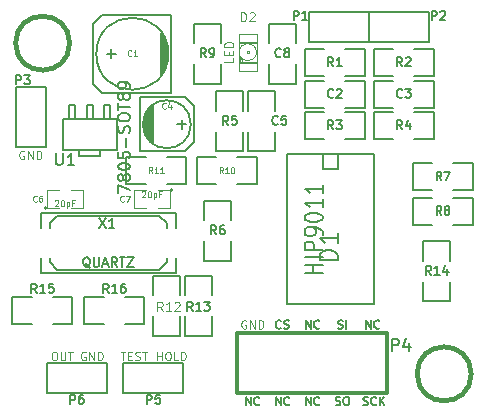
<source format=gto>
G04 (created by PCBNEW (2013-07-07 BZR 4022)-stable) date 16/12/2013 13:18:01*
%MOIN*%
G04 Gerber Fmt 3.4, Leading zero omitted, Abs format*
%FSLAX34Y34*%
G01*
G70*
G90*
G04 APERTURE LIST*
%ADD10C,0.00393701*%
%ADD11C,0.00688976*%
%ADD12C,0.00492126*%
%ADD13C,0.005*%
%ADD14C,0.0039*%
%ADD15C,0.00590551*%
%ADD16C,0.006*%
%ADD17C,0.0026*%
%ADD18C,0.004*%
%ADD19C,0.012*%
%ADD20C,0.015*%
%ADD21C,0.0079*%
%ADD22C,0.0043*%
%ADD23C,0.0035*%
%ADD24C,0.0047*%
%ADD25C,0.008*%
%ADD26C,0.01*%
G04 APERTURE END LIST*
G54D10*
G54D11*
X34333Y-21511D02*
X34333Y-21235D01*
X34490Y-21511D01*
X34490Y-21235D01*
X34779Y-21485D02*
X34766Y-21498D01*
X34727Y-21511D01*
X34700Y-21511D01*
X34661Y-21498D01*
X34635Y-21472D01*
X34622Y-21445D01*
X34609Y-21393D01*
X34609Y-21354D01*
X34622Y-21301D01*
X34635Y-21275D01*
X34661Y-21249D01*
X34700Y-21235D01*
X34727Y-21235D01*
X34766Y-21249D01*
X34779Y-21262D01*
X35333Y-21511D02*
X35333Y-21235D01*
X35490Y-21511D01*
X35490Y-21235D01*
X35779Y-21485D02*
X35766Y-21498D01*
X35727Y-21511D01*
X35700Y-21511D01*
X35661Y-21498D01*
X35635Y-21472D01*
X35622Y-21445D01*
X35609Y-21393D01*
X35609Y-21354D01*
X35622Y-21301D01*
X35635Y-21275D01*
X35661Y-21249D01*
X35700Y-21235D01*
X35727Y-21235D01*
X35766Y-21249D01*
X35779Y-21262D01*
X36333Y-21511D02*
X36333Y-21235D01*
X36490Y-21511D01*
X36490Y-21235D01*
X36779Y-21485D02*
X36766Y-21498D01*
X36727Y-21511D01*
X36700Y-21511D01*
X36661Y-21498D01*
X36635Y-21472D01*
X36622Y-21445D01*
X36609Y-21393D01*
X36609Y-21354D01*
X36622Y-21301D01*
X36635Y-21275D01*
X36661Y-21249D01*
X36700Y-21235D01*
X36727Y-21235D01*
X36766Y-21249D01*
X36779Y-21262D01*
X38333Y-18961D02*
X38333Y-18685D01*
X38490Y-18961D01*
X38490Y-18685D01*
X38779Y-18935D02*
X38766Y-18948D01*
X38727Y-18961D01*
X38700Y-18961D01*
X38661Y-18948D01*
X38635Y-18922D01*
X38622Y-18895D01*
X38609Y-18843D01*
X38609Y-18804D01*
X38622Y-18751D01*
X38635Y-18725D01*
X38661Y-18699D01*
X38700Y-18685D01*
X38727Y-18685D01*
X38766Y-18699D01*
X38779Y-18712D01*
X36333Y-18961D02*
X36333Y-18685D01*
X36490Y-18961D01*
X36490Y-18685D01*
X36779Y-18935D02*
X36766Y-18948D01*
X36727Y-18961D01*
X36700Y-18961D01*
X36661Y-18948D01*
X36635Y-18922D01*
X36622Y-18895D01*
X36609Y-18843D01*
X36609Y-18804D01*
X36622Y-18751D01*
X36635Y-18725D01*
X36661Y-18699D01*
X36700Y-18685D01*
X36727Y-18685D01*
X36766Y-18699D01*
X36779Y-18712D01*
G54D12*
X26940Y-13049D02*
X26913Y-13035D01*
X26874Y-13035D01*
X26835Y-13049D01*
X26808Y-13075D01*
X26795Y-13101D01*
X26782Y-13154D01*
X26782Y-13193D01*
X26795Y-13245D01*
X26808Y-13272D01*
X26835Y-13298D01*
X26874Y-13311D01*
X26900Y-13311D01*
X26940Y-13298D01*
X26953Y-13285D01*
X26953Y-13193D01*
X26900Y-13193D01*
X27071Y-13311D02*
X27071Y-13035D01*
X27228Y-13311D01*
X27228Y-13035D01*
X27359Y-13311D02*
X27359Y-13035D01*
X27425Y-13035D01*
X27464Y-13049D01*
X27491Y-13075D01*
X27504Y-13101D01*
X27517Y-13154D01*
X27517Y-13193D01*
X27504Y-13245D01*
X27491Y-13272D01*
X27464Y-13298D01*
X27425Y-13311D01*
X27359Y-13311D01*
X27924Y-19735D02*
X27976Y-19735D01*
X28003Y-19749D01*
X28029Y-19775D01*
X28042Y-19827D01*
X28042Y-19919D01*
X28029Y-19972D01*
X28003Y-19998D01*
X27976Y-20011D01*
X27924Y-20011D01*
X27898Y-19998D01*
X27871Y-19972D01*
X27858Y-19919D01*
X27858Y-19827D01*
X27871Y-19775D01*
X27898Y-19749D01*
X27924Y-19735D01*
X28160Y-19735D02*
X28160Y-19959D01*
X28173Y-19985D01*
X28186Y-19998D01*
X28213Y-20011D01*
X28265Y-20011D01*
X28291Y-19998D01*
X28304Y-19985D01*
X28318Y-19959D01*
X28318Y-19735D01*
X28409Y-19735D02*
X28567Y-19735D01*
X28488Y-20011D02*
X28488Y-19735D01*
X31377Y-20011D02*
X31377Y-19735D01*
X31377Y-19867D02*
X31535Y-19867D01*
X31535Y-20011D02*
X31535Y-19735D01*
X31718Y-19735D02*
X31771Y-19735D01*
X31797Y-19749D01*
X31823Y-19775D01*
X31836Y-19827D01*
X31836Y-19919D01*
X31823Y-19972D01*
X31797Y-19998D01*
X31771Y-20011D01*
X31718Y-20011D01*
X31692Y-19998D01*
X31666Y-19972D01*
X31653Y-19919D01*
X31653Y-19827D01*
X31666Y-19775D01*
X31692Y-19749D01*
X31718Y-19735D01*
X32086Y-20011D02*
X31954Y-20011D01*
X31954Y-19735D01*
X32178Y-20011D02*
X32178Y-19735D01*
X32243Y-19735D01*
X32283Y-19749D01*
X32309Y-19775D01*
X32322Y-19801D01*
X32335Y-19854D01*
X32335Y-19893D01*
X32322Y-19945D01*
X32309Y-19972D01*
X32283Y-19998D01*
X32243Y-20011D01*
X32178Y-20011D01*
X30160Y-19735D02*
X30317Y-19735D01*
X30239Y-20011D02*
X30239Y-19735D01*
X30409Y-19867D02*
X30501Y-19867D01*
X30540Y-20011D02*
X30409Y-20011D01*
X30409Y-19735D01*
X30540Y-19735D01*
X30645Y-19998D02*
X30685Y-20011D01*
X30750Y-20011D01*
X30777Y-19998D01*
X30790Y-19985D01*
X30803Y-19959D01*
X30803Y-19932D01*
X30790Y-19906D01*
X30777Y-19893D01*
X30750Y-19880D01*
X30698Y-19867D01*
X30672Y-19854D01*
X30659Y-19840D01*
X30645Y-19814D01*
X30645Y-19788D01*
X30659Y-19762D01*
X30672Y-19749D01*
X30698Y-19735D01*
X30764Y-19735D01*
X30803Y-19749D01*
X30882Y-19735D02*
X31039Y-19735D01*
X30960Y-20011D02*
X30960Y-19735D01*
X28990Y-19749D02*
X28963Y-19735D01*
X28924Y-19735D01*
X28885Y-19749D01*
X28858Y-19775D01*
X28845Y-19801D01*
X28832Y-19854D01*
X28832Y-19893D01*
X28845Y-19945D01*
X28858Y-19972D01*
X28885Y-19998D01*
X28924Y-20011D01*
X28950Y-20011D01*
X28990Y-19998D01*
X29003Y-19985D01*
X29003Y-19893D01*
X28950Y-19893D01*
X29121Y-20011D02*
X29121Y-19735D01*
X29278Y-20011D01*
X29278Y-19735D01*
X29409Y-20011D02*
X29409Y-19735D01*
X29475Y-19735D01*
X29514Y-19749D01*
X29541Y-19775D01*
X29554Y-19801D01*
X29567Y-19854D01*
X29567Y-19893D01*
X29554Y-19945D01*
X29541Y-19972D01*
X29514Y-19998D01*
X29475Y-20011D01*
X29409Y-20011D01*
G54D11*
X38245Y-21498D02*
X38285Y-21511D01*
X38350Y-21511D01*
X38376Y-21498D01*
X38390Y-21485D01*
X38403Y-21459D01*
X38403Y-21432D01*
X38390Y-21406D01*
X38376Y-21393D01*
X38350Y-21380D01*
X38298Y-21367D01*
X38271Y-21354D01*
X38258Y-21340D01*
X38245Y-21314D01*
X38245Y-21288D01*
X38258Y-21262D01*
X38271Y-21249D01*
X38298Y-21235D01*
X38363Y-21235D01*
X38403Y-21249D01*
X38678Y-21485D02*
X38665Y-21498D01*
X38626Y-21511D01*
X38600Y-21511D01*
X38560Y-21498D01*
X38534Y-21472D01*
X38521Y-21445D01*
X38508Y-21393D01*
X38508Y-21354D01*
X38521Y-21301D01*
X38534Y-21275D01*
X38560Y-21249D01*
X38600Y-21235D01*
X38626Y-21235D01*
X38665Y-21249D01*
X38678Y-21262D01*
X38796Y-21511D02*
X38796Y-21235D01*
X38954Y-21511D02*
X38836Y-21354D01*
X38954Y-21235D02*
X38796Y-21393D01*
X37326Y-21498D02*
X37366Y-21511D01*
X37431Y-21511D01*
X37458Y-21498D01*
X37471Y-21485D01*
X37484Y-21459D01*
X37484Y-21432D01*
X37471Y-21406D01*
X37458Y-21393D01*
X37431Y-21380D01*
X37379Y-21367D01*
X37353Y-21354D01*
X37340Y-21340D01*
X37326Y-21314D01*
X37326Y-21288D01*
X37340Y-21262D01*
X37353Y-21249D01*
X37379Y-21235D01*
X37445Y-21235D01*
X37484Y-21249D01*
X37654Y-21235D02*
X37707Y-21235D01*
X37733Y-21249D01*
X37759Y-21275D01*
X37773Y-21327D01*
X37773Y-21419D01*
X37759Y-21472D01*
X37733Y-21498D01*
X37707Y-21511D01*
X37654Y-21511D01*
X37628Y-21498D01*
X37602Y-21472D01*
X37589Y-21419D01*
X37589Y-21327D01*
X37602Y-21275D01*
X37628Y-21249D01*
X37654Y-21235D01*
X37405Y-18948D02*
X37445Y-18961D01*
X37510Y-18961D01*
X37536Y-18948D01*
X37550Y-18935D01*
X37563Y-18909D01*
X37563Y-18882D01*
X37550Y-18856D01*
X37536Y-18843D01*
X37510Y-18830D01*
X37458Y-18817D01*
X37431Y-18804D01*
X37418Y-18790D01*
X37405Y-18764D01*
X37405Y-18738D01*
X37418Y-18712D01*
X37431Y-18699D01*
X37458Y-18685D01*
X37523Y-18685D01*
X37563Y-18699D01*
X37681Y-18961D02*
X37681Y-18685D01*
X35504Y-18935D02*
X35490Y-18948D01*
X35451Y-18961D01*
X35425Y-18961D01*
X35385Y-18948D01*
X35359Y-18922D01*
X35346Y-18895D01*
X35333Y-18843D01*
X35333Y-18804D01*
X35346Y-18751D01*
X35359Y-18725D01*
X35385Y-18699D01*
X35425Y-18685D01*
X35451Y-18685D01*
X35490Y-18699D01*
X35504Y-18712D01*
X35609Y-18948D02*
X35648Y-18961D01*
X35714Y-18961D01*
X35740Y-18948D01*
X35753Y-18935D01*
X35766Y-18909D01*
X35766Y-18882D01*
X35753Y-18856D01*
X35740Y-18843D01*
X35714Y-18830D01*
X35661Y-18817D01*
X35635Y-18804D01*
X35622Y-18790D01*
X35609Y-18764D01*
X35609Y-18738D01*
X35622Y-18712D01*
X35635Y-18699D01*
X35661Y-18685D01*
X35727Y-18685D01*
X35766Y-18699D01*
G54D12*
X34340Y-18699D02*
X34313Y-18685D01*
X34274Y-18685D01*
X34235Y-18699D01*
X34208Y-18725D01*
X34195Y-18751D01*
X34182Y-18804D01*
X34182Y-18843D01*
X34195Y-18895D01*
X34208Y-18922D01*
X34235Y-18948D01*
X34274Y-18961D01*
X34300Y-18961D01*
X34340Y-18948D01*
X34353Y-18935D01*
X34353Y-18843D01*
X34300Y-18843D01*
X34471Y-18961D02*
X34471Y-18685D01*
X34628Y-18961D01*
X34628Y-18685D01*
X34759Y-18961D02*
X34759Y-18685D01*
X34825Y-18685D01*
X34864Y-18699D01*
X34891Y-18725D01*
X34904Y-18751D01*
X34917Y-18804D01*
X34917Y-18843D01*
X34904Y-18895D01*
X34891Y-18922D01*
X34864Y-18948D01*
X34825Y-18961D01*
X34759Y-18961D01*
G54D13*
X28643Y-11514D02*
X28443Y-11514D01*
X28443Y-11514D02*
X28443Y-11984D01*
X28643Y-11514D02*
X28643Y-11984D01*
X29233Y-11514D02*
X29233Y-11984D01*
X29033Y-11514D02*
X29033Y-11984D01*
X29233Y-11514D02*
X29033Y-11514D01*
X29823Y-11514D02*
X29623Y-11514D01*
X29623Y-11514D02*
X29623Y-11984D01*
X29823Y-11514D02*
X29823Y-11984D01*
X29488Y-13209D02*
X28778Y-13209D01*
X28778Y-13209D02*
X28778Y-13014D01*
X29488Y-13209D02*
X29488Y-13014D01*
X30038Y-11984D02*
X30038Y-13014D01*
X30038Y-13014D02*
X28228Y-13014D01*
X28228Y-13014D02*
X28228Y-11984D01*
X28228Y-11984D02*
X30038Y-11984D01*
X41150Y-16050D02*
X40250Y-16050D01*
X40250Y-16050D02*
X40250Y-16700D01*
X41150Y-17400D02*
X41150Y-18050D01*
X41150Y-18050D02*
X40250Y-18050D01*
X40250Y-18050D02*
X40250Y-17400D01*
X41150Y-16700D02*
X41150Y-16050D01*
X32150Y-17200D02*
X31250Y-17200D01*
X31250Y-17200D02*
X31250Y-17850D01*
X32150Y-18550D02*
X32150Y-19200D01*
X32150Y-19200D02*
X31250Y-19200D01*
X31250Y-19200D02*
X31250Y-18550D01*
X32150Y-17850D02*
X32150Y-17200D01*
X30350Y-13250D02*
X30350Y-14150D01*
X30350Y-14150D02*
X31000Y-14150D01*
X31700Y-13250D02*
X32350Y-13250D01*
X32350Y-13250D02*
X32350Y-14150D01*
X32350Y-14150D02*
X31700Y-14150D01*
X31000Y-13250D02*
X30350Y-13250D01*
X32700Y-13250D02*
X32700Y-14150D01*
X32700Y-14150D02*
X33350Y-14150D01*
X34050Y-13250D02*
X34700Y-13250D01*
X34700Y-13250D02*
X34700Y-14150D01*
X34700Y-14150D02*
X34050Y-14150D01*
X33350Y-13250D02*
X32700Y-13250D01*
X33500Y-8800D02*
X32600Y-8800D01*
X32600Y-8800D02*
X32600Y-9450D01*
X33500Y-10150D02*
X33500Y-10800D01*
X33500Y-10800D02*
X32600Y-10800D01*
X32600Y-10800D02*
X32600Y-10150D01*
X33500Y-9450D02*
X33500Y-8800D01*
X33200Y-17200D02*
X32300Y-17200D01*
X32300Y-17200D02*
X32300Y-17850D01*
X33200Y-18550D02*
X33200Y-19200D01*
X33200Y-19200D02*
X32300Y-19200D01*
X32300Y-19200D02*
X32300Y-18550D01*
X33200Y-17850D02*
X33200Y-17200D01*
X34250Y-11050D02*
X33350Y-11050D01*
X33350Y-11050D02*
X33350Y-11700D01*
X34250Y-12400D02*
X34250Y-13050D01*
X34250Y-13050D02*
X33350Y-13050D01*
X33350Y-13050D02*
X33350Y-12400D01*
X34250Y-11700D02*
X34250Y-11050D01*
X35100Y-10800D02*
X36000Y-10800D01*
X36000Y-10800D02*
X36000Y-10150D01*
X35100Y-9450D02*
X35100Y-8800D01*
X35100Y-8800D02*
X36000Y-8800D01*
X36000Y-8800D02*
X36000Y-9450D01*
X35100Y-10150D02*
X35100Y-10800D01*
X32950Y-16700D02*
X33850Y-16700D01*
X33850Y-16700D02*
X33850Y-16050D01*
X32950Y-15350D02*
X32950Y-14700D01*
X32950Y-14700D02*
X33850Y-14700D01*
X33850Y-14700D02*
X33850Y-15350D01*
X32950Y-16050D02*
X32950Y-16700D01*
X34400Y-13050D02*
X35300Y-13050D01*
X35300Y-13050D02*
X35300Y-12400D01*
X34400Y-11700D02*
X34400Y-11050D01*
X34400Y-11050D02*
X35300Y-11050D01*
X35300Y-11050D02*
X35300Y-11700D01*
X34400Y-12400D02*
X34400Y-13050D01*
X39900Y-14600D02*
X39900Y-15500D01*
X39900Y-15500D02*
X40550Y-15500D01*
X41250Y-14600D02*
X41900Y-14600D01*
X41900Y-14600D02*
X41900Y-15500D01*
X41900Y-15500D02*
X41250Y-15500D01*
X40550Y-14600D02*
X39900Y-14600D01*
X39900Y-13450D02*
X39900Y-14350D01*
X39900Y-14350D02*
X40550Y-14350D01*
X41250Y-13450D02*
X41900Y-13450D01*
X41900Y-13450D02*
X41900Y-14350D01*
X41900Y-14350D02*
X41250Y-14350D01*
X40550Y-13450D02*
X39900Y-13450D01*
X38600Y-11750D02*
X38600Y-12650D01*
X38600Y-12650D02*
X39250Y-12650D01*
X39950Y-11750D02*
X40600Y-11750D01*
X40600Y-11750D02*
X40600Y-12650D01*
X40600Y-12650D02*
X39950Y-12650D01*
X39250Y-11750D02*
X38600Y-11750D01*
X36300Y-11750D02*
X36300Y-12650D01*
X36300Y-12650D02*
X36950Y-12650D01*
X37650Y-11750D02*
X38300Y-11750D01*
X38300Y-11750D02*
X38300Y-12650D01*
X38300Y-12650D02*
X37650Y-12650D01*
X36950Y-11750D02*
X36300Y-11750D01*
X40600Y-11600D02*
X40600Y-10700D01*
X40600Y-10700D02*
X39950Y-10700D01*
X39250Y-11600D02*
X38600Y-11600D01*
X38600Y-11600D02*
X38600Y-10700D01*
X38600Y-10700D02*
X39250Y-10700D01*
X39950Y-11600D02*
X40600Y-11600D01*
X40600Y-10550D02*
X40600Y-9650D01*
X40600Y-9650D02*
X39950Y-9650D01*
X39250Y-10550D02*
X38600Y-10550D01*
X38600Y-10550D02*
X38600Y-9650D01*
X38600Y-9650D02*
X39250Y-9650D01*
X39950Y-10550D02*
X40600Y-10550D01*
X38300Y-10550D02*
X38300Y-9650D01*
X38300Y-9650D02*
X37650Y-9650D01*
X36950Y-10550D02*
X36300Y-10550D01*
X36300Y-10550D02*
X36300Y-9650D01*
X36300Y-9650D02*
X36950Y-9650D01*
X37650Y-10550D02*
X38300Y-10550D01*
X38300Y-11600D02*
X38300Y-10700D01*
X38300Y-10700D02*
X37650Y-10700D01*
X36950Y-11600D02*
X36300Y-11600D01*
X36300Y-11600D02*
X36300Y-10700D01*
X36300Y-10700D02*
X36950Y-10700D01*
X37650Y-11600D02*
X38300Y-11600D01*
G54D14*
X27700Y-14950D02*
G75*
G03X27700Y-14950I-50J0D01*
G74*
G01*
X28100Y-14950D02*
X27700Y-14950D01*
X27700Y-14950D02*
X27700Y-14350D01*
X27700Y-14350D02*
X28100Y-14350D01*
X28500Y-14350D02*
X28900Y-14350D01*
X28900Y-14350D02*
X28900Y-14950D01*
X28900Y-14950D02*
X28500Y-14950D01*
X31900Y-14350D02*
G75*
G03X31900Y-14350I-50J0D01*
G74*
G01*
X31400Y-14350D02*
X31800Y-14350D01*
X31800Y-14350D02*
X31800Y-14950D01*
X31800Y-14950D02*
X31400Y-14950D01*
X31000Y-14950D02*
X30600Y-14950D01*
X30600Y-14950D02*
X30600Y-14350D01*
X30600Y-14350D02*
X31000Y-14350D01*
G54D15*
X27800Y-15450D02*
X27800Y-15600D01*
X27800Y-16750D02*
X27800Y-16600D01*
X31700Y-16750D02*
X31700Y-16600D01*
X31700Y-15450D02*
X31700Y-15600D01*
X32000Y-15100D02*
X32000Y-15600D01*
X32000Y-17100D02*
X32000Y-16600D01*
X27500Y-17100D02*
X27500Y-16600D01*
X27500Y-15100D02*
X27500Y-15600D01*
X27800Y-16750D02*
X28050Y-17000D01*
X28050Y-17000D02*
X31450Y-17000D01*
X31450Y-17000D02*
X31700Y-16750D01*
X31700Y-15450D02*
X31450Y-15200D01*
X31450Y-15200D02*
X28050Y-15200D01*
X28050Y-15200D02*
X27800Y-15450D01*
X32000Y-17100D02*
X27500Y-17100D01*
X27500Y-15100D02*
X32000Y-15100D01*
G54D16*
X38450Y-9400D02*
X38450Y-8400D01*
X38450Y-8400D02*
X40450Y-8400D01*
X40450Y-8400D02*
X40450Y-9400D01*
X40450Y-9400D02*
X38450Y-9400D01*
X36450Y-9400D02*
X36450Y-8400D01*
X36450Y-8400D02*
X38450Y-8400D01*
X38450Y-8400D02*
X38450Y-9400D01*
X38450Y-9400D02*
X36450Y-9400D01*
X27665Y-12917D02*
X26665Y-12917D01*
X26665Y-12917D02*
X26665Y-10917D01*
X26665Y-10917D02*
X27665Y-10917D01*
X27665Y-10917D02*
X27665Y-12917D01*
G54D17*
X34361Y-9711D02*
X34361Y-9789D01*
X34361Y-9789D02*
X34439Y-9789D01*
X34439Y-9711D02*
X34439Y-9789D01*
X34361Y-9711D02*
X34439Y-9711D01*
X34125Y-9927D02*
X34125Y-10064D01*
X34125Y-10064D02*
X34223Y-10064D01*
X34223Y-9927D02*
X34223Y-10064D01*
X34125Y-9927D02*
X34223Y-9927D01*
X34125Y-10064D02*
X34125Y-10104D01*
X34125Y-10104D02*
X34596Y-10104D01*
X34596Y-10064D02*
X34596Y-10104D01*
X34125Y-10064D02*
X34596Y-10064D01*
X34616Y-10064D02*
X34616Y-10104D01*
X34616Y-10104D02*
X34675Y-10104D01*
X34675Y-10064D02*
X34675Y-10104D01*
X34616Y-10064D02*
X34675Y-10064D01*
X34125Y-9396D02*
X34125Y-9436D01*
X34125Y-9436D02*
X34596Y-9436D01*
X34596Y-9396D02*
X34596Y-9436D01*
X34125Y-9396D02*
X34596Y-9396D01*
X34616Y-9396D02*
X34616Y-9436D01*
X34616Y-9436D02*
X34675Y-9436D01*
X34675Y-9396D02*
X34675Y-9436D01*
X34616Y-9396D02*
X34675Y-9396D01*
X34125Y-9927D02*
X34125Y-9986D01*
X34125Y-9986D02*
X34223Y-9986D01*
X34223Y-9927D02*
X34223Y-9986D01*
X34125Y-9927D02*
X34223Y-9927D01*
G54D18*
X34105Y-10360D02*
X34105Y-9140D01*
X34105Y-9140D02*
X34695Y-9140D01*
X34695Y-9140D02*
X34695Y-10360D01*
X34695Y-10360D02*
X34105Y-10360D01*
X34203Y-9534D02*
G75*
G03X34204Y-9966I196J-215D01*
G74*
G01*
X34596Y-9534D02*
G75*
G03X34204Y-9533I-196J-215D01*
G74*
G01*
X34596Y-9965D02*
G75*
G03X34595Y-9533I-196J215D01*
G74*
G01*
X34203Y-9965D02*
G75*
G03X34595Y-9966I196J215D01*
G74*
G01*
G54D13*
X31700Y-10100D02*
X31700Y-9500D01*
X31650Y-9350D02*
X31650Y-10250D01*
X31600Y-10350D02*
X31600Y-9250D01*
X31550Y-9150D02*
X31550Y-10450D01*
X31500Y-10500D02*
X31500Y-9100D01*
X31750Y-9800D02*
G75*
G03X31750Y-9800I-1200J0D01*
G74*
G01*
X31850Y-11100D02*
X31850Y-8500D01*
X31850Y-8500D02*
X29550Y-8500D01*
X29550Y-8500D02*
X29250Y-8800D01*
X29250Y-8800D02*
X29250Y-10800D01*
X29250Y-10800D02*
X29550Y-11100D01*
X29550Y-11100D02*
X31850Y-11100D01*
X29700Y-9800D02*
X30000Y-9800D01*
X29850Y-9950D02*
X29850Y-9650D01*
X32350Y-12150D02*
X32050Y-12150D01*
X32200Y-12000D02*
X32200Y-12300D01*
X32300Y-13050D02*
X30800Y-13050D01*
X32600Y-11550D02*
X32600Y-12750D01*
X32300Y-13050D02*
X32600Y-12750D01*
X32300Y-11250D02*
X30800Y-11250D01*
X32300Y-11250D02*
X32600Y-11550D01*
X30900Y-12200D02*
X30900Y-12100D01*
X30950Y-11900D02*
X30950Y-12400D01*
X31000Y-12500D02*
X31000Y-11800D01*
X31050Y-12600D02*
X31050Y-11700D01*
X31100Y-11650D02*
X31100Y-12650D01*
X31150Y-12700D02*
X31150Y-11600D01*
X31200Y-11550D02*
X31200Y-12750D01*
X31250Y-11500D02*
X31250Y-12800D01*
X32500Y-12150D02*
G75*
G03X32500Y-12150I-800J0D01*
G74*
G01*
X30800Y-11250D02*
X30800Y-13050D01*
X26550Y-17900D02*
X26550Y-18800D01*
X26550Y-18800D02*
X27200Y-18800D01*
X27900Y-17900D02*
X28550Y-17900D01*
X28550Y-17900D02*
X28550Y-18800D01*
X28550Y-18800D02*
X27900Y-18800D01*
X27200Y-17900D02*
X26550Y-17900D01*
X28950Y-17900D02*
X28950Y-18800D01*
X28950Y-18800D02*
X29600Y-18800D01*
X30300Y-17900D02*
X30950Y-17900D01*
X30950Y-17900D02*
X30950Y-18800D01*
X30950Y-18800D02*
X30300Y-18800D01*
X29600Y-17900D02*
X28950Y-17900D01*
X35700Y-18150D02*
X38600Y-18150D01*
X38600Y-13150D02*
X35700Y-13150D01*
X35700Y-18150D02*
X35700Y-13150D01*
X38600Y-13150D02*
X38600Y-18150D01*
X37400Y-13150D02*
X37400Y-13650D01*
X37400Y-13650D02*
X36900Y-13650D01*
X36900Y-13650D02*
X36900Y-13150D01*
G54D19*
X34050Y-19100D02*
X39050Y-19100D01*
X39050Y-19100D02*
X39050Y-21100D01*
X39050Y-21100D02*
X34050Y-21100D01*
X34050Y-21100D02*
X34050Y-19100D01*
G54D16*
X30250Y-21100D02*
X30250Y-20100D01*
X30250Y-20100D02*
X32250Y-20100D01*
X32250Y-20100D02*
X32250Y-21100D01*
X32250Y-21100D02*
X30250Y-21100D01*
X29700Y-20100D02*
X29700Y-21100D01*
X29700Y-21100D02*
X27700Y-21100D01*
X27700Y-21100D02*
X27700Y-20100D01*
X27700Y-20100D02*
X29700Y-20100D01*
G54D20*
X41844Y-20472D02*
G75*
G03X41844Y-20472I-900J0D01*
G74*
G01*
X28459Y-9448D02*
G75*
G03X28459Y-9448I-900J0D01*
G74*
G01*
G54D21*
X27999Y-13115D02*
X27999Y-13434D01*
X28018Y-13471D01*
X28037Y-13490D01*
X28074Y-13509D01*
X28149Y-13509D01*
X28187Y-13490D01*
X28206Y-13471D01*
X28224Y-13434D01*
X28224Y-13115D01*
X28618Y-13509D02*
X28393Y-13509D01*
X28506Y-13509D02*
X28506Y-13115D01*
X28468Y-13171D01*
X28431Y-13209D01*
X28393Y-13228D01*
X30080Y-14436D02*
X30080Y-14173D01*
X30474Y-14342D01*
X30249Y-13967D02*
X30230Y-14004D01*
X30211Y-14023D01*
X30174Y-14042D01*
X30155Y-14042D01*
X30117Y-14023D01*
X30099Y-14004D01*
X30080Y-13967D01*
X30080Y-13892D01*
X30099Y-13854D01*
X30117Y-13835D01*
X30155Y-13817D01*
X30174Y-13817D01*
X30211Y-13835D01*
X30230Y-13854D01*
X30249Y-13892D01*
X30249Y-13967D01*
X30267Y-14004D01*
X30286Y-14023D01*
X30324Y-14042D01*
X30399Y-14042D01*
X30436Y-14023D01*
X30455Y-14004D01*
X30474Y-13967D01*
X30474Y-13892D01*
X30455Y-13854D01*
X30436Y-13835D01*
X30399Y-13817D01*
X30324Y-13817D01*
X30286Y-13835D01*
X30267Y-13854D01*
X30249Y-13892D01*
X30080Y-13573D02*
X30080Y-13535D01*
X30099Y-13498D01*
X30117Y-13479D01*
X30155Y-13460D01*
X30230Y-13441D01*
X30324Y-13441D01*
X30399Y-13460D01*
X30436Y-13479D01*
X30455Y-13498D01*
X30474Y-13535D01*
X30474Y-13573D01*
X30455Y-13610D01*
X30436Y-13629D01*
X30399Y-13648D01*
X30324Y-13666D01*
X30230Y-13666D01*
X30155Y-13648D01*
X30117Y-13629D01*
X30099Y-13610D01*
X30080Y-13573D01*
X30080Y-13085D02*
X30080Y-13272D01*
X30267Y-13291D01*
X30249Y-13272D01*
X30230Y-13235D01*
X30230Y-13141D01*
X30249Y-13104D01*
X30267Y-13085D01*
X30305Y-13066D01*
X30399Y-13066D01*
X30436Y-13085D01*
X30455Y-13104D01*
X30474Y-13141D01*
X30474Y-13235D01*
X30455Y-13272D01*
X30436Y-13291D01*
X30324Y-12897D02*
X30324Y-12597D01*
X30455Y-12428D02*
X30474Y-12372D01*
X30474Y-12278D01*
X30455Y-12241D01*
X30436Y-12222D01*
X30399Y-12203D01*
X30361Y-12203D01*
X30324Y-12222D01*
X30305Y-12241D01*
X30286Y-12278D01*
X30267Y-12353D01*
X30249Y-12391D01*
X30230Y-12409D01*
X30192Y-12428D01*
X30155Y-12428D01*
X30117Y-12409D01*
X30099Y-12391D01*
X30080Y-12353D01*
X30080Y-12259D01*
X30099Y-12203D01*
X30080Y-11959D02*
X30080Y-11884D01*
X30099Y-11847D01*
X30136Y-11809D01*
X30211Y-11790D01*
X30343Y-11790D01*
X30418Y-11809D01*
X30455Y-11847D01*
X30474Y-11884D01*
X30474Y-11959D01*
X30455Y-11997D01*
X30418Y-12034D01*
X30343Y-12053D01*
X30211Y-12053D01*
X30136Y-12034D01*
X30099Y-11997D01*
X30080Y-11959D01*
X30080Y-11678D02*
X30080Y-11453D01*
X30474Y-11565D02*
X30080Y-11565D01*
X30249Y-11265D02*
X30230Y-11302D01*
X30211Y-11321D01*
X30174Y-11340D01*
X30155Y-11340D01*
X30117Y-11321D01*
X30099Y-11302D01*
X30080Y-11265D01*
X30080Y-11190D01*
X30099Y-11152D01*
X30117Y-11134D01*
X30155Y-11115D01*
X30174Y-11115D01*
X30211Y-11134D01*
X30230Y-11152D01*
X30249Y-11190D01*
X30249Y-11265D01*
X30267Y-11302D01*
X30286Y-11321D01*
X30324Y-11340D01*
X30399Y-11340D01*
X30436Y-11321D01*
X30455Y-11302D01*
X30474Y-11265D01*
X30474Y-11190D01*
X30455Y-11152D01*
X30436Y-11134D01*
X30399Y-11115D01*
X30324Y-11115D01*
X30286Y-11134D01*
X30267Y-11152D01*
X30249Y-11190D01*
X30474Y-10927D02*
X30474Y-10852D01*
X30455Y-10815D01*
X30436Y-10796D01*
X30380Y-10758D01*
X30305Y-10740D01*
X30155Y-10740D01*
X30117Y-10758D01*
X30099Y-10777D01*
X30080Y-10815D01*
X30080Y-10890D01*
X30099Y-10927D01*
X30117Y-10946D01*
X30155Y-10965D01*
X30249Y-10965D01*
X30286Y-10946D01*
X30305Y-10927D01*
X30324Y-10890D01*
X30324Y-10815D01*
X30305Y-10777D01*
X30286Y-10758D01*
X30249Y-10740D01*
G54D13*
X40507Y-17171D02*
X40407Y-17028D01*
X40335Y-17171D02*
X40335Y-16871D01*
X40450Y-16871D01*
X40478Y-16885D01*
X40492Y-16900D01*
X40507Y-16928D01*
X40507Y-16971D01*
X40492Y-17000D01*
X40478Y-17014D01*
X40450Y-17028D01*
X40335Y-17028D01*
X40792Y-17171D02*
X40621Y-17171D01*
X40707Y-17171D02*
X40707Y-16871D01*
X40678Y-16914D01*
X40650Y-16942D01*
X40621Y-16957D01*
X41050Y-16971D02*
X41050Y-17171D01*
X40978Y-16857D02*
X40907Y-17071D01*
X41092Y-17071D01*
G54D12*
X31557Y-18371D02*
X31457Y-18228D01*
X31385Y-18371D02*
X31385Y-18071D01*
X31500Y-18071D01*
X31528Y-18085D01*
X31542Y-18100D01*
X31557Y-18128D01*
X31557Y-18171D01*
X31542Y-18200D01*
X31528Y-18214D01*
X31500Y-18228D01*
X31385Y-18228D01*
X31842Y-18371D02*
X31671Y-18371D01*
X31757Y-18371D02*
X31757Y-18071D01*
X31728Y-18114D01*
X31700Y-18142D01*
X31671Y-18157D01*
X31957Y-18100D02*
X31971Y-18085D01*
X32000Y-18071D01*
X32071Y-18071D01*
X32100Y-18085D01*
X32114Y-18100D01*
X32128Y-18128D01*
X32128Y-18157D01*
X32114Y-18200D01*
X31942Y-18371D01*
X32128Y-18371D01*
X31223Y-13779D02*
X31157Y-13685D01*
X31110Y-13779D02*
X31110Y-13582D01*
X31185Y-13582D01*
X31204Y-13592D01*
X31214Y-13601D01*
X31223Y-13620D01*
X31223Y-13648D01*
X31214Y-13667D01*
X31204Y-13676D01*
X31185Y-13685D01*
X31110Y-13685D01*
X31410Y-13779D02*
X31298Y-13779D01*
X31354Y-13779D02*
X31354Y-13582D01*
X31335Y-13610D01*
X31317Y-13629D01*
X31298Y-13639D01*
X31598Y-13779D02*
X31485Y-13779D01*
X31542Y-13779D02*
X31542Y-13582D01*
X31523Y-13610D01*
X31504Y-13629D01*
X31485Y-13639D01*
X33573Y-13779D02*
X33507Y-13685D01*
X33460Y-13779D02*
X33460Y-13582D01*
X33535Y-13582D01*
X33554Y-13592D01*
X33564Y-13601D01*
X33573Y-13620D01*
X33573Y-13648D01*
X33564Y-13667D01*
X33554Y-13676D01*
X33535Y-13685D01*
X33460Y-13685D01*
X33760Y-13779D02*
X33648Y-13779D01*
X33704Y-13779D02*
X33704Y-13582D01*
X33685Y-13610D01*
X33667Y-13629D01*
X33648Y-13639D01*
X33882Y-13582D02*
X33901Y-13582D01*
X33920Y-13592D01*
X33929Y-13601D01*
X33939Y-13620D01*
X33948Y-13657D01*
X33948Y-13704D01*
X33939Y-13742D01*
X33929Y-13760D01*
X33920Y-13770D01*
X33901Y-13779D01*
X33882Y-13779D01*
X33864Y-13770D01*
X33854Y-13760D01*
X33845Y-13742D01*
X33835Y-13704D01*
X33835Y-13657D01*
X33845Y-13620D01*
X33854Y-13601D01*
X33864Y-13592D01*
X33882Y-13582D01*
G54D13*
X33000Y-9921D02*
X32900Y-9778D01*
X32828Y-9921D02*
X32828Y-9621D01*
X32942Y-9621D01*
X32971Y-9635D01*
X32985Y-9650D01*
X33000Y-9678D01*
X33000Y-9721D01*
X32985Y-9750D01*
X32971Y-9764D01*
X32942Y-9778D01*
X32828Y-9778D01*
X33142Y-9921D02*
X33200Y-9921D01*
X33228Y-9907D01*
X33242Y-9892D01*
X33271Y-9850D01*
X33285Y-9792D01*
X33285Y-9678D01*
X33271Y-9650D01*
X33257Y-9635D01*
X33228Y-9621D01*
X33171Y-9621D01*
X33142Y-9635D01*
X33128Y-9650D01*
X33114Y-9678D01*
X33114Y-9750D01*
X33128Y-9778D01*
X33142Y-9792D01*
X33171Y-9807D01*
X33228Y-9807D01*
X33257Y-9792D01*
X33271Y-9778D01*
X33285Y-9750D01*
X32557Y-18371D02*
X32457Y-18228D01*
X32385Y-18371D02*
X32385Y-18071D01*
X32500Y-18071D01*
X32528Y-18085D01*
X32542Y-18100D01*
X32557Y-18128D01*
X32557Y-18171D01*
X32542Y-18200D01*
X32528Y-18214D01*
X32500Y-18228D01*
X32385Y-18228D01*
X32842Y-18371D02*
X32671Y-18371D01*
X32757Y-18371D02*
X32757Y-18071D01*
X32728Y-18114D01*
X32700Y-18142D01*
X32671Y-18157D01*
X32942Y-18071D02*
X33128Y-18071D01*
X33028Y-18185D01*
X33071Y-18185D01*
X33100Y-18200D01*
X33114Y-18214D01*
X33128Y-18242D01*
X33128Y-18314D01*
X33114Y-18342D01*
X33100Y-18357D01*
X33071Y-18371D01*
X32985Y-18371D01*
X32957Y-18357D01*
X32942Y-18342D01*
X33750Y-12171D02*
X33650Y-12028D01*
X33578Y-12171D02*
X33578Y-11871D01*
X33692Y-11871D01*
X33721Y-11885D01*
X33735Y-11900D01*
X33750Y-11928D01*
X33750Y-11971D01*
X33735Y-12000D01*
X33721Y-12014D01*
X33692Y-12028D01*
X33578Y-12028D01*
X34021Y-11871D02*
X33878Y-11871D01*
X33864Y-12014D01*
X33878Y-12000D01*
X33907Y-11985D01*
X33978Y-11985D01*
X34007Y-12000D01*
X34021Y-12014D01*
X34035Y-12042D01*
X34035Y-12114D01*
X34021Y-12142D01*
X34007Y-12157D01*
X33978Y-12171D01*
X33907Y-12171D01*
X33878Y-12157D01*
X33864Y-12142D01*
X35500Y-9892D02*
X35485Y-9907D01*
X35442Y-9921D01*
X35414Y-9921D01*
X35371Y-9907D01*
X35342Y-9878D01*
X35328Y-9850D01*
X35314Y-9792D01*
X35314Y-9750D01*
X35328Y-9692D01*
X35342Y-9664D01*
X35371Y-9635D01*
X35414Y-9621D01*
X35442Y-9621D01*
X35485Y-9635D01*
X35500Y-9650D01*
X35671Y-9750D02*
X35642Y-9735D01*
X35628Y-9721D01*
X35614Y-9692D01*
X35614Y-9678D01*
X35628Y-9650D01*
X35642Y-9635D01*
X35671Y-9621D01*
X35728Y-9621D01*
X35757Y-9635D01*
X35771Y-9650D01*
X35785Y-9678D01*
X35785Y-9692D01*
X35771Y-9721D01*
X35757Y-9735D01*
X35728Y-9750D01*
X35671Y-9750D01*
X35642Y-9764D01*
X35628Y-9778D01*
X35614Y-9807D01*
X35614Y-9864D01*
X35628Y-9892D01*
X35642Y-9907D01*
X35671Y-9921D01*
X35728Y-9921D01*
X35757Y-9907D01*
X35771Y-9892D01*
X35785Y-9864D01*
X35785Y-9807D01*
X35771Y-9778D01*
X35757Y-9764D01*
X35728Y-9750D01*
X33350Y-15821D02*
X33250Y-15678D01*
X33178Y-15821D02*
X33178Y-15521D01*
X33292Y-15521D01*
X33321Y-15535D01*
X33335Y-15550D01*
X33350Y-15578D01*
X33350Y-15621D01*
X33335Y-15650D01*
X33321Y-15664D01*
X33292Y-15678D01*
X33178Y-15678D01*
X33607Y-15521D02*
X33550Y-15521D01*
X33521Y-15535D01*
X33507Y-15550D01*
X33478Y-15592D01*
X33464Y-15650D01*
X33464Y-15764D01*
X33478Y-15792D01*
X33492Y-15807D01*
X33521Y-15821D01*
X33578Y-15821D01*
X33607Y-15807D01*
X33621Y-15792D01*
X33635Y-15764D01*
X33635Y-15692D01*
X33621Y-15664D01*
X33607Y-15650D01*
X33578Y-15635D01*
X33521Y-15635D01*
X33492Y-15650D01*
X33478Y-15664D01*
X33464Y-15692D01*
X35400Y-12142D02*
X35385Y-12157D01*
X35342Y-12171D01*
X35314Y-12171D01*
X35271Y-12157D01*
X35242Y-12128D01*
X35228Y-12100D01*
X35214Y-12042D01*
X35214Y-12000D01*
X35228Y-11942D01*
X35242Y-11914D01*
X35271Y-11885D01*
X35314Y-11871D01*
X35342Y-11871D01*
X35385Y-11885D01*
X35400Y-11900D01*
X35671Y-11871D02*
X35528Y-11871D01*
X35514Y-12014D01*
X35528Y-12000D01*
X35557Y-11985D01*
X35628Y-11985D01*
X35657Y-12000D01*
X35671Y-12014D01*
X35685Y-12042D01*
X35685Y-12114D01*
X35671Y-12142D01*
X35657Y-12157D01*
X35628Y-12171D01*
X35557Y-12171D01*
X35528Y-12157D01*
X35514Y-12142D01*
X40854Y-15161D02*
X40762Y-15030D01*
X40696Y-15161D02*
X40696Y-14885D01*
X40801Y-14885D01*
X40827Y-14899D01*
X40840Y-14912D01*
X40854Y-14938D01*
X40854Y-14977D01*
X40840Y-15004D01*
X40827Y-15017D01*
X40801Y-15030D01*
X40696Y-15030D01*
X41011Y-15004D02*
X40985Y-14990D01*
X40972Y-14977D01*
X40959Y-14951D01*
X40959Y-14938D01*
X40972Y-14912D01*
X40985Y-14899D01*
X41011Y-14885D01*
X41064Y-14885D01*
X41090Y-14899D01*
X41103Y-14912D01*
X41116Y-14938D01*
X41116Y-14951D01*
X41103Y-14977D01*
X41090Y-14990D01*
X41064Y-15004D01*
X41011Y-15004D01*
X40985Y-15017D01*
X40972Y-15030D01*
X40959Y-15056D01*
X40959Y-15109D01*
X40972Y-15135D01*
X40985Y-15148D01*
X41011Y-15161D01*
X41064Y-15161D01*
X41090Y-15148D01*
X41103Y-15135D01*
X41116Y-15109D01*
X41116Y-15056D01*
X41103Y-15030D01*
X41090Y-15017D01*
X41064Y-15004D01*
X40854Y-14011D02*
X40762Y-13880D01*
X40696Y-14011D02*
X40696Y-13735D01*
X40801Y-13735D01*
X40827Y-13749D01*
X40840Y-13762D01*
X40854Y-13788D01*
X40854Y-13827D01*
X40840Y-13854D01*
X40827Y-13867D01*
X40801Y-13880D01*
X40696Y-13880D01*
X40945Y-13735D02*
X41129Y-13735D01*
X41011Y-14011D01*
X39550Y-12321D02*
X39450Y-12178D01*
X39378Y-12321D02*
X39378Y-12021D01*
X39492Y-12021D01*
X39521Y-12035D01*
X39535Y-12050D01*
X39550Y-12078D01*
X39550Y-12121D01*
X39535Y-12150D01*
X39521Y-12164D01*
X39492Y-12178D01*
X39378Y-12178D01*
X39807Y-12121D02*
X39807Y-12321D01*
X39735Y-12007D02*
X39664Y-12221D01*
X39850Y-12221D01*
X37250Y-12321D02*
X37150Y-12178D01*
X37078Y-12321D02*
X37078Y-12021D01*
X37192Y-12021D01*
X37221Y-12035D01*
X37235Y-12050D01*
X37250Y-12078D01*
X37250Y-12121D01*
X37235Y-12150D01*
X37221Y-12164D01*
X37192Y-12178D01*
X37078Y-12178D01*
X37350Y-12021D02*
X37535Y-12021D01*
X37435Y-12135D01*
X37478Y-12135D01*
X37507Y-12150D01*
X37521Y-12164D01*
X37535Y-12192D01*
X37535Y-12264D01*
X37521Y-12292D01*
X37507Y-12307D01*
X37478Y-12321D01*
X37392Y-12321D01*
X37364Y-12307D01*
X37350Y-12292D01*
X39550Y-11242D02*
X39535Y-11257D01*
X39492Y-11271D01*
X39464Y-11271D01*
X39421Y-11257D01*
X39392Y-11228D01*
X39378Y-11200D01*
X39364Y-11142D01*
X39364Y-11100D01*
X39378Y-11042D01*
X39392Y-11014D01*
X39421Y-10985D01*
X39464Y-10971D01*
X39492Y-10971D01*
X39535Y-10985D01*
X39550Y-11000D01*
X39650Y-10971D02*
X39835Y-10971D01*
X39735Y-11085D01*
X39778Y-11085D01*
X39807Y-11100D01*
X39821Y-11114D01*
X39835Y-11142D01*
X39835Y-11214D01*
X39821Y-11242D01*
X39807Y-11257D01*
X39778Y-11271D01*
X39692Y-11271D01*
X39664Y-11257D01*
X39650Y-11242D01*
X39550Y-10221D02*
X39450Y-10078D01*
X39378Y-10221D02*
X39378Y-9921D01*
X39492Y-9921D01*
X39521Y-9935D01*
X39535Y-9950D01*
X39550Y-9978D01*
X39550Y-10021D01*
X39535Y-10050D01*
X39521Y-10064D01*
X39492Y-10078D01*
X39378Y-10078D01*
X39664Y-9950D02*
X39678Y-9935D01*
X39707Y-9921D01*
X39778Y-9921D01*
X39807Y-9935D01*
X39821Y-9950D01*
X39835Y-9978D01*
X39835Y-10007D01*
X39821Y-10050D01*
X39650Y-10221D01*
X39835Y-10221D01*
X37250Y-10221D02*
X37150Y-10078D01*
X37078Y-10221D02*
X37078Y-9921D01*
X37192Y-9921D01*
X37221Y-9935D01*
X37235Y-9950D01*
X37250Y-9978D01*
X37250Y-10021D01*
X37235Y-10050D01*
X37221Y-10064D01*
X37192Y-10078D01*
X37078Y-10078D01*
X37535Y-10221D02*
X37364Y-10221D01*
X37450Y-10221D02*
X37450Y-9921D01*
X37421Y-9964D01*
X37392Y-9992D01*
X37364Y-10007D01*
X37250Y-11242D02*
X37235Y-11257D01*
X37192Y-11271D01*
X37164Y-11271D01*
X37121Y-11257D01*
X37092Y-11228D01*
X37078Y-11200D01*
X37064Y-11142D01*
X37064Y-11100D01*
X37078Y-11042D01*
X37092Y-11014D01*
X37121Y-10985D01*
X37164Y-10971D01*
X37192Y-10971D01*
X37235Y-10985D01*
X37250Y-11000D01*
X37364Y-11000D02*
X37378Y-10985D01*
X37407Y-10971D01*
X37478Y-10971D01*
X37507Y-10985D01*
X37521Y-11000D01*
X37535Y-11028D01*
X37535Y-11057D01*
X37521Y-11100D01*
X37350Y-11271D01*
X37535Y-11271D01*
G54D22*
X27367Y-14710D02*
X27357Y-14720D01*
X27329Y-14729D01*
X27310Y-14729D01*
X27282Y-14720D01*
X27263Y-14701D01*
X27254Y-14682D01*
X27245Y-14645D01*
X27245Y-14617D01*
X27254Y-14579D01*
X27263Y-14560D01*
X27282Y-14542D01*
X27310Y-14532D01*
X27329Y-14532D01*
X27357Y-14542D01*
X27367Y-14551D01*
X27536Y-14532D02*
X27498Y-14532D01*
X27479Y-14542D01*
X27470Y-14551D01*
X27451Y-14579D01*
X27442Y-14617D01*
X27442Y-14692D01*
X27451Y-14710D01*
X27460Y-14720D01*
X27479Y-14729D01*
X27517Y-14729D01*
X27536Y-14720D01*
X27545Y-14710D01*
X27554Y-14692D01*
X27554Y-14645D01*
X27545Y-14626D01*
X27536Y-14617D01*
X27517Y-14607D01*
X27479Y-14607D01*
X27460Y-14617D01*
X27451Y-14626D01*
X27442Y-14645D01*
X27976Y-14701D02*
X27985Y-14692D01*
X28004Y-14682D01*
X28051Y-14682D01*
X28070Y-14692D01*
X28079Y-14701D01*
X28088Y-14720D01*
X28088Y-14739D01*
X28079Y-14767D01*
X27966Y-14879D01*
X28088Y-14879D01*
X28210Y-14682D02*
X28229Y-14682D01*
X28248Y-14692D01*
X28257Y-14701D01*
X28267Y-14720D01*
X28276Y-14757D01*
X28276Y-14804D01*
X28267Y-14842D01*
X28257Y-14860D01*
X28248Y-14870D01*
X28229Y-14879D01*
X28210Y-14879D01*
X28192Y-14870D01*
X28182Y-14860D01*
X28173Y-14842D01*
X28163Y-14804D01*
X28163Y-14757D01*
X28173Y-14720D01*
X28182Y-14701D01*
X28192Y-14692D01*
X28210Y-14682D01*
X28360Y-14748D02*
X28360Y-14945D01*
X28360Y-14757D02*
X28379Y-14748D01*
X28417Y-14748D01*
X28436Y-14757D01*
X28445Y-14767D01*
X28454Y-14785D01*
X28454Y-14842D01*
X28445Y-14860D01*
X28436Y-14870D01*
X28417Y-14879D01*
X28379Y-14879D01*
X28360Y-14870D01*
X28604Y-14776D02*
X28539Y-14776D01*
X28539Y-14879D02*
X28539Y-14682D01*
X28633Y-14682D01*
X30267Y-14710D02*
X30257Y-14720D01*
X30229Y-14729D01*
X30210Y-14729D01*
X30182Y-14720D01*
X30163Y-14701D01*
X30154Y-14682D01*
X30145Y-14645D01*
X30145Y-14617D01*
X30154Y-14579D01*
X30163Y-14560D01*
X30182Y-14542D01*
X30210Y-14532D01*
X30229Y-14532D01*
X30257Y-14542D01*
X30267Y-14551D01*
X30332Y-14532D02*
X30464Y-14532D01*
X30379Y-14729D01*
X30876Y-14401D02*
X30885Y-14392D01*
X30904Y-14382D01*
X30951Y-14382D01*
X30970Y-14392D01*
X30979Y-14401D01*
X30988Y-14420D01*
X30988Y-14439D01*
X30979Y-14467D01*
X30866Y-14579D01*
X30988Y-14579D01*
X31110Y-14382D02*
X31129Y-14382D01*
X31148Y-14392D01*
X31157Y-14401D01*
X31167Y-14420D01*
X31176Y-14457D01*
X31176Y-14504D01*
X31167Y-14542D01*
X31157Y-14560D01*
X31148Y-14570D01*
X31129Y-14579D01*
X31110Y-14579D01*
X31092Y-14570D01*
X31082Y-14560D01*
X31073Y-14542D01*
X31063Y-14504D01*
X31063Y-14457D01*
X31073Y-14420D01*
X31082Y-14401D01*
X31092Y-14392D01*
X31110Y-14382D01*
X31260Y-14448D02*
X31260Y-14645D01*
X31260Y-14457D02*
X31279Y-14448D01*
X31317Y-14448D01*
X31336Y-14457D01*
X31345Y-14467D01*
X31354Y-14485D01*
X31354Y-14542D01*
X31345Y-14560D01*
X31336Y-14570D01*
X31317Y-14579D01*
X31279Y-14579D01*
X31260Y-14570D01*
X31504Y-14476D02*
X31439Y-14476D01*
X31439Y-14579D02*
X31439Y-14382D01*
X31533Y-14382D01*
G54D15*
X29455Y-15282D02*
X29665Y-15597D01*
X29665Y-15282D02*
X29455Y-15597D01*
X29950Y-15597D02*
X29770Y-15597D01*
X29860Y-15597D02*
X29860Y-15282D01*
X29830Y-15327D01*
X29800Y-15357D01*
X29770Y-15372D01*
X29142Y-16926D02*
X29112Y-16911D01*
X29082Y-16881D01*
X29037Y-16836D01*
X29007Y-16821D01*
X28977Y-16821D01*
X28992Y-16896D02*
X28962Y-16881D01*
X28932Y-16851D01*
X28917Y-16791D01*
X28917Y-16686D01*
X28932Y-16626D01*
X28962Y-16596D01*
X28992Y-16581D01*
X29052Y-16581D01*
X29082Y-16596D01*
X29112Y-16626D01*
X29127Y-16686D01*
X29127Y-16791D01*
X29112Y-16851D01*
X29082Y-16881D01*
X29052Y-16896D01*
X28992Y-16896D01*
X29262Y-16581D02*
X29262Y-16836D01*
X29277Y-16866D01*
X29292Y-16881D01*
X29322Y-16896D01*
X29382Y-16896D01*
X29412Y-16881D01*
X29427Y-16866D01*
X29442Y-16836D01*
X29442Y-16581D01*
X29577Y-16806D02*
X29727Y-16806D01*
X29547Y-16896D02*
X29652Y-16581D01*
X29757Y-16896D01*
X30042Y-16896D02*
X29937Y-16746D01*
X29862Y-16896D02*
X29862Y-16581D01*
X29982Y-16581D01*
X30012Y-16596D01*
X30027Y-16611D01*
X30042Y-16641D01*
X30042Y-16686D01*
X30027Y-16716D01*
X30012Y-16731D01*
X29982Y-16746D01*
X29862Y-16746D01*
X30132Y-16581D02*
X30312Y-16581D01*
X30222Y-16896D02*
X30222Y-16581D01*
X30387Y-16581D02*
X30597Y-16581D01*
X30387Y-16896D01*
X30597Y-16896D01*
G54D16*
X40528Y-8671D02*
X40528Y-8371D01*
X40642Y-8371D01*
X40671Y-8385D01*
X40685Y-8400D01*
X40700Y-8428D01*
X40700Y-8471D01*
X40685Y-8500D01*
X40671Y-8514D01*
X40642Y-8528D01*
X40528Y-8528D01*
X40814Y-8400D02*
X40828Y-8385D01*
X40857Y-8371D01*
X40928Y-8371D01*
X40957Y-8385D01*
X40971Y-8400D01*
X40985Y-8428D01*
X40985Y-8457D01*
X40971Y-8500D01*
X40800Y-8671D01*
X40985Y-8671D01*
X35928Y-8671D02*
X35928Y-8371D01*
X36042Y-8371D01*
X36071Y-8385D01*
X36085Y-8400D01*
X36100Y-8428D01*
X36100Y-8471D01*
X36085Y-8500D01*
X36071Y-8514D01*
X36042Y-8528D01*
X35928Y-8528D01*
X36385Y-8671D02*
X36214Y-8671D01*
X36300Y-8671D02*
X36300Y-8371D01*
X36271Y-8414D01*
X36242Y-8442D01*
X36214Y-8457D01*
X26678Y-10821D02*
X26678Y-10521D01*
X26792Y-10521D01*
X26821Y-10535D01*
X26835Y-10550D01*
X26850Y-10578D01*
X26850Y-10621D01*
X26835Y-10650D01*
X26821Y-10664D01*
X26792Y-10678D01*
X26678Y-10678D01*
X26950Y-10521D02*
X27135Y-10521D01*
X27035Y-10635D01*
X27078Y-10635D01*
X27107Y-10650D01*
X27121Y-10664D01*
X27135Y-10692D01*
X27135Y-10764D01*
X27121Y-10792D01*
X27107Y-10807D01*
X27078Y-10821D01*
X26992Y-10821D01*
X26964Y-10807D01*
X26950Y-10792D01*
G54D23*
X34178Y-8721D02*
X34178Y-8421D01*
X34250Y-8421D01*
X34292Y-8435D01*
X34321Y-8464D01*
X34335Y-8492D01*
X34350Y-8550D01*
X34350Y-8592D01*
X34335Y-8650D01*
X34321Y-8678D01*
X34292Y-8707D01*
X34250Y-8721D01*
X34178Y-8721D01*
X34464Y-8450D02*
X34478Y-8435D01*
X34507Y-8421D01*
X34578Y-8421D01*
X34607Y-8435D01*
X34621Y-8450D01*
X34635Y-8478D01*
X34635Y-8507D01*
X34621Y-8550D01*
X34450Y-8721D01*
X34635Y-8721D01*
X33921Y-9942D02*
X33921Y-10085D01*
X33621Y-10085D01*
X33764Y-9842D02*
X33764Y-9742D01*
X33921Y-9700D02*
X33921Y-9842D01*
X33621Y-9842D01*
X33621Y-9700D01*
X33921Y-9571D02*
X33621Y-9571D01*
X33621Y-9500D01*
X33635Y-9457D01*
X33664Y-9428D01*
X33692Y-9414D01*
X33750Y-9400D01*
X33792Y-9400D01*
X33850Y-9414D01*
X33878Y-9428D01*
X33907Y-9457D01*
X33921Y-9500D01*
X33921Y-9571D01*
G54D24*
X30517Y-9860D02*
X30507Y-9870D01*
X30479Y-9879D01*
X30460Y-9879D01*
X30432Y-9870D01*
X30413Y-9851D01*
X30404Y-9832D01*
X30395Y-9795D01*
X30395Y-9767D01*
X30404Y-9729D01*
X30413Y-9710D01*
X30432Y-9692D01*
X30460Y-9682D01*
X30479Y-9682D01*
X30507Y-9692D01*
X30517Y-9701D01*
X30704Y-9879D02*
X30592Y-9879D01*
X30648Y-9879D02*
X30648Y-9682D01*
X30629Y-9710D01*
X30610Y-9729D01*
X30592Y-9739D01*
X31667Y-11610D02*
X31657Y-11620D01*
X31629Y-11629D01*
X31610Y-11629D01*
X31582Y-11620D01*
X31563Y-11601D01*
X31554Y-11582D01*
X31545Y-11545D01*
X31545Y-11517D01*
X31554Y-11479D01*
X31563Y-11460D01*
X31582Y-11442D01*
X31610Y-11432D01*
X31629Y-11432D01*
X31657Y-11442D01*
X31667Y-11451D01*
X31836Y-11498D02*
X31836Y-11629D01*
X31789Y-11423D02*
X31742Y-11564D01*
X31864Y-11564D01*
G54D13*
X27357Y-17771D02*
X27257Y-17628D01*
X27185Y-17771D02*
X27185Y-17471D01*
X27300Y-17471D01*
X27328Y-17485D01*
X27342Y-17500D01*
X27357Y-17528D01*
X27357Y-17571D01*
X27342Y-17600D01*
X27328Y-17614D01*
X27300Y-17628D01*
X27185Y-17628D01*
X27642Y-17771D02*
X27471Y-17771D01*
X27557Y-17771D02*
X27557Y-17471D01*
X27528Y-17514D01*
X27500Y-17542D01*
X27471Y-17557D01*
X27914Y-17471D02*
X27771Y-17471D01*
X27757Y-17614D01*
X27771Y-17600D01*
X27800Y-17585D01*
X27871Y-17585D01*
X27900Y-17600D01*
X27914Y-17614D01*
X27928Y-17642D01*
X27928Y-17714D01*
X27914Y-17742D01*
X27900Y-17757D01*
X27871Y-17771D01*
X27800Y-17771D01*
X27771Y-17757D01*
X27757Y-17742D01*
X29757Y-17771D02*
X29657Y-17628D01*
X29585Y-17771D02*
X29585Y-17471D01*
X29700Y-17471D01*
X29728Y-17485D01*
X29742Y-17500D01*
X29757Y-17528D01*
X29757Y-17571D01*
X29742Y-17600D01*
X29728Y-17614D01*
X29700Y-17628D01*
X29585Y-17628D01*
X30042Y-17771D02*
X29871Y-17771D01*
X29957Y-17771D02*
X29957Y-17471D01*
X29928Y-17514D01*
X29900Y-17542D01*
X29871Y-17557D01*
X30300Y-17471D02*
X30242Y-17471D01*
X30214Y-17485D01*
X30200Y-17500D01*
X30171Y-17542D01*
X30157Y-17600D01*
X30157Y-17714D01*
X30171Y-17742D01*
X30185Y-17757D01*
X30214Y-17771D01*
X30271Y-17771D01*
X30300Y-17757D01*
X30314Y-17742D01*
X30328Y-17714D01*
X30328Y-17642D01*
X30314Y-17614D01*
X30300Y-17600D01*
X30271Y-17585D01*
X30214Y-17585D01*
X30185Y-17600D01*
X30171Y-17614D01*
X30157Y-17642D01*
X37392Y-16692D02*
X36792Y-16692D01*
X36792Y-16550D01*
X36821Y-16464D01*
X36878Y-16407D01*
X36935Y-16378D01*
X37050Y-16350D01*
X37135Y-16350D01*
X37250Y-16378D01*
X37307Y-16407D01*
X37364Y-16464D01*
X37392Y-16550D01*
X37392Y-16692D01*
X37392Y-15778D02*
X37392Y-16121D01*
X37392Y-15950D02*
X36792Y-15950D01*
X36878Y-16007D01*
X36935Y-16064D01*
X36964Y-16121D01*
X36892Y-17114D02*
X36292Y-17114D01*
X36578Y-17114D02*
X36578Y-16828D01*
X36892Y-16828D02*
X36292Y-16828D01*
X36892Y-16590D02*
X36292Y-16590D01*
X36892Y-16352D02*
X36292Y-16352D01*
X36292Y-16161D01*
X36321Y-16114D01*
X36350Y-16090D01*
X36407Y-16066D01*
X36492Y-16066D01*
X36550Y-16090D01*
X36578Y-16114D01*
X36607Y-16161D01*
X36607Y-16352D01*
X36892Y-15828D02*
X36892Y-15733D01*
X36864Y-15685D01*
X36835Y-15661D01*
X36750Y-15614D01*
X36635Y-15590D01*
X36407Y-15590D01*
X36350Y-15614D01*
X36321Y-15638D01*
X36292Y-15685D01*
X36292Y-15780D01*
X36321Y-15828D01*
X36350Y-15852D01*
X36407Y-15876D01*
X36550Y-15876D01*
X36607Y-15852D01*
X36635Y-15828D01*
X36664Y-15780D01*
X36664Y-15685D01*
X36635Y-15638D01*
X36607Y-15614D01*
X36550Y-15590D01*
X36292Y-15280D02*
X36292Y-15233D01*
X36321Y-15185D01*
X36350Y-15161D01*
X36407Y-15138D01*
X36521Y-15114D01*
X36664Y-15114D01*
X36778Y-15138D01*
X36835Y-15161D01*
X36864Y-15185D01*
X36892Y-15233D01*
X36892Y-15280D01*
X36864Y-15328D01*
X36835Y-15352D01*
X36778Y-15376D01*
X36664Y-15400D01*
X36521Y-15400D01*
X36407Y-15376D01*
X36350Y-15352D01*
X36321Y-15328D01*
X36292Y-15280D01*
X36892Y-14638D02*
X36892Y-14923D01*
X36892Y-14780D02*
X36292Y-14780D01*
X36378Y-14828D01*
X36435Y-14876D01*
X36464Y-14923D01*
X36892Y-14161D02*
X36892Y-14447D01*
X36892Y-14304D02*
X36292Y-14304D01*
X36378Y-14352D01*
X36435Y-14400D01*
X36464Y-14447D01*
G54D25*
X39204Y-19711D02*
X39204Y-19311D01*
X39357Y-19311D01*
X39395Y-19330D01*
X39414Y-19350D01*
X39433Y-19388D01*
X39433Y-19445D01*
X39414Y-19483D01*
X39395Y-19502D01*
X39357Y-19521D01*
X39204Y-19521D01*
X39776Y-19445D02*
X39776Y-19711D01*
X39680Y-19292D02*
X39585Y-19578D01*
X39833Y-19578D01*
G54D16*
X31028Y-21471D02*
X31028Y-21171D01*
X31142Y-21171D01*
X31171Y-21185D01*
X31185Y-21200D01*
X31200Y-21228D01*
X31200Y-21271D01*
X31185Y-21300D01*
X31171Y-21314D01*
X31142Y-21328D01*
X31028Y-21328D01*
X31471Y-21171D02*
X31328Y-21171D01*
X31314Y-21314D01*
X31328Y-21300D01*
X31357Y-21285D01*
X31428Y-21285D01*
X31457Y-21300D01*
X31471Y-21314D01*
X31485Y-21342D01*
X31485Y-21414D01*
X31471Y-21442D01*
X31457Y-21457D01*
X31428Y-21471D01*
X31357Y-21471D01*
X31328Y-21457D01*
X31314Y-21442D01*
X28478Y-21471D02*
X28478Y-21171D01*
X28592Y-21171D01*
X28621Y-21185D01*
X28635Y-21200D01*
X28650Y-21228D01*
X28650Y-21271D01*
X28635Y-21300D01*
X28621Y-21314D01*
X28592Y-21328D01*
X28478Y-21328D01*
X28907Y-21171D02*
X28850Y-21171D01*
X28821Y-21185D01*
X28807Y-21200D01*
X28778Y-21242D01*
X28764Y-21300D01*
X28764Y-21414D01*
X28778Y-21442D01*
X28792Y-21457D01*
X28821Y-21471D01*
X28878Y-21471D01*
X28907Y-21457D01*
X28921Y-21442D01*
X28935Y-21414D01*
X28935Y-21342D01*
X28921Y-21314D01*
X28907Y-21300D01*
X28878Y-21285D01*
X28821Y-21285D01*
X28792Y-21300D01*
X28778Y-21314D01*
X28764Y-21342D01*
G54D26*
M02*

</source>
